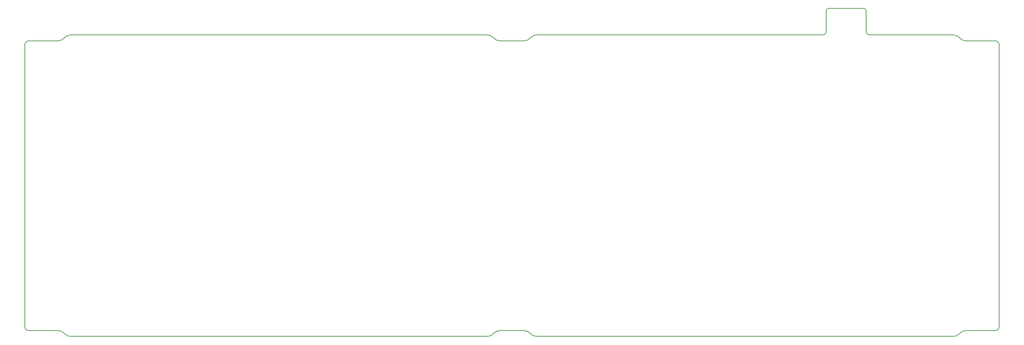
<source format=gbr>
%TF.GenerationSoftware,KiCad,Pcbnew,(7.0.0)*%
%TF.CreationDate,2024-05-15T17:01:44+02:00*%
%TF.ProjectId,forti usb port,666f7274-6920-4757-9362-20706f72742e,rev?*%
%TF.SameCoordinates,Original*%
%TF.FileFunction,Profile,NP*%
%FSLAX46Y46*%
G04 Gerber Fmt 4.6, Leading zero omitted, Abs format (unit mm)*
G04 Created by KiCad (PCBNEW (7.0.0)) date 2024-05-15 17:01:44*
%MOMM*%
%LPD*%
G01*
G04 APERTURE LIST*
%TA.AperFunction,Profile*%
%ADD10C,0.200000*%
%TD*%
G04 APERTURE END LIST*
D10*
X145396397Y-32491388D02*
G75*
G03*
X146950712Y-33232775I1554303J1258588D01*
G01*
X153086788Y-33232775D02*
X146950712Y-33232775D01*
X28193750Y-106470790D02*
X35612746Y-106470790D01*
X238762500Y-25075000D02*
X229762500Y-25075000D01*
X229762500Y-25075000D02*
G75*
G03*
X229262500Y-25575000I0J-500000D01*
G01*
X143844015Y-107950011D02*
G75*
G03*
X145396884Y-107210394I-15J2000011D01*
G01*
X146949754Y-106470791D02*
X153087746Y-106470791D01*
X239262500Y-25575000D02*
G75*
G03*
X238762500Y-25075000I-500000J0D01*
G01*
X228262500Y-31750000D02*
X156195417Y-31750000D01*
X143842083Y-31750000D02*
X38720417Y-31750000D01*
X272843750Y-105470790D02*
X272843750Y-34232775D01*
X229262500Y-25575000D02*
X229262500Y-30750000D01*
X272843825Y-34232775D02*
G75*
G03*
X271843750Y-33232775I-1000025J-25D01*
G01*
X156195417Y-31750015D02*
G75*
G03*
X154641104Y-32491389I-17J-1999985D01*
G01*
X145396408Y-32491379D02*
G75*
G03*
X143842083Y-31750000I-1554308J-1258621D01*
G01*
X271843750Y-33232775D02*
X264425712Y-33232775D01*
X262871397Y-32491388D02*
G75*
G03*
X264425712Y-33232775I1554303J1258588D01*
G01*
X264424754Y-106470790D02*
X271843750Y-106470790D01*
X146949754Y-106470759D02*
G75*
G03*
X145396885Y-107210395I46J-2000041D01*
G01*
X261319015Y-107950011D02*
G75*
G03*
X262871884Y-107210394I-15J2000011D01*
G01*
X37165624Y-107210388D02*
G75*
G03*
X38718485Y-107950000I1552876J1260388D01*
G01*
X154640590Y-107210415D02*
G75*
G03*
X153087746Y-106470791I-1552890J-1260385D01*
G01*
X27193750Y-34232775D02*
X27193750Y-105470790D01*
X35611788Y-33232775D02*
X28193750Y-33232775D01*
X153086788Y-33232775D02*
G75*
G03*
X154641103Y-32491388I12J1999975D01*
G01*
X264424754Y-106470759D02*
G75*
G03*
X262871885Y-107210395I46J-2000041D01*
G01*
X156193485Y-107950000D02*
X261319015Y-107950000D01*
X262871408Y-32491379D02*
G75*
G03*
X261317083Y-31750000I-1554308J-1258621D01*
G01*
X239262500Y-30750000D02*
G75*
G03*
X240262500Y-31750000I1000000J0D01*
G01*
X27193710Y-105470790D02*
G75*
G03*
X28193750Y-106470790I999990J-10D01*
G01*
X154640624Y-107210388D02*
G75*
G03*
X156193485Y-107950000I1552876J1260388D01*
G01*
X35611788Y-33232775D02*
G75*
G03*
X37166103Y-32491388I12J1999975D01*
G01*
X228262500Y-31750000D02*
G75*
G03*
X229262500Y-30750000I0J1000000D01*
G01*
X38718485Y-107950000D02*
X143844015Y-107950000D01*
X261317083Y-31750000D02*
X240262500Y-31750000D01*
X28193750Y-33232850D02*
G75*
G03*
X27193750Y-34232775I-50J-999950D01*
G01*
X37165591Y-107210415D02*
G75*
G03*
X35612746Y-106470790I-1552891J-1260385D01*
G01*
X271843750Y-106470750D02*
G75*
G03*
X272843750Y-105470790I50J999950D01*
G01*
X38720417Y-31750015D02*
G75*
G03*
X37166104Y-32491389I-17J-1999985D01*
G01*
X239262500Y-30750000D02*
X239262500Y-25575000D01*
M02*

</source>
